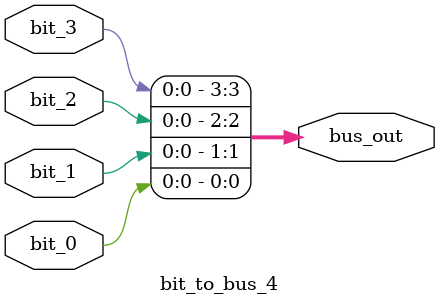
<source format=v>
module bit_to_bus_4(
    input bit_3,
    input bit_2,
    input bit_1,
    input bit_0,
    output [3:0] bus_out
    );
    assign bus_out = {bit_3,bit_2,bit_1,bit_0};
endmodule
</source>
